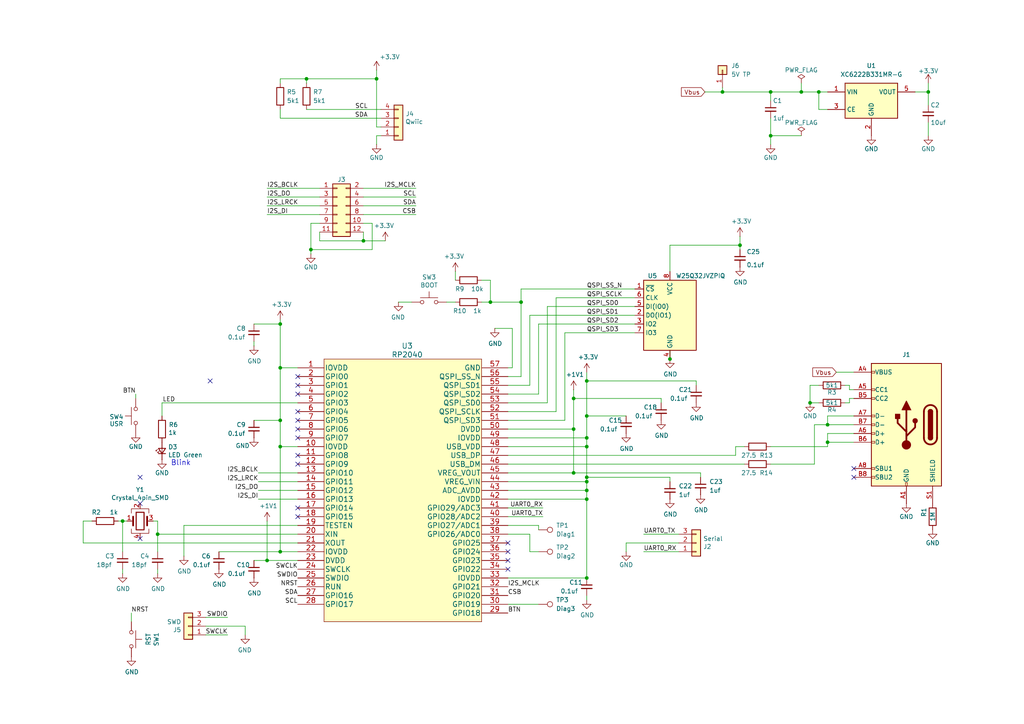
<source format=kicad_sch>
(kicad_sch (version 20231120) (generator "eeschema") (generator_version "8.0")
  (paper "A4")
  (title_block (date "2025-06-06") (rev "0.2"))
  (lib_symbols
    (symbol "Connector:TestPoint" (pin_numbers hide) (pin_names (offset 0.762) hide)
      (property "Reference" "TP" (at 0 6.858 0))
      (property "Value" "TestPoint" (at 0 5.08 0))
      (symbol "TestPoint_1_1"
        (pin passive line (at 0 0 90) (length 2.54) (name "1") (number "1"))
      )
    )
    (symbol "Connector:USB_C_Receptacle_USB2.0_16P" (pin_names (offset 1.016))
      (property "Reference" "J" (at 0 22.225 0))
      (property "Value" "USB_C_Receptacle_USB2.0_16P" (at 0 19.685 0))
      (symbol "USB_C_Receptacle_USB2.0_16P_1_1"
        (pin passive line (at 0 -22.86 90) (length 5.08) (name "GND") (number "A1"))
        (pin passive line (at 0 -22.86 90) (length 5.08) hide (name "GND") (number "A12"))
        (pin passive line (at 15.24 15.24 180) (length 5.08) (name "VBUS") (number "A4"))
        (pin bidirectional line (at 15.24 10.16 180) (length 5.08) (name "CC1") (number "A5"))
        (pin bidirectional line (at 15.24 -2.54 180) (length 5.08) (name "D+") (number "A6"))
        (pin bidirectional line (at 15.24 2.54 180) (length 5.08) (name "D-") (number "A7"))
        (pin bidirectional line (at 15.24 -12.7 180) (length 5.08) (name "SBU1") (number "A8"))
        (pin passive line (at 15.24 15.24 180) (length 5.08) hide (name "VBUS") (number "A9"))
        (pin passive line (at 0 -22.86 90) (length 5.08) hide (name "GND") (number "B1"))
        (pin passive line (at 0 -22.86 90) (length 5.08) hide (name "GND") (number "B12"))
        (pin passive line (at 15.24 15.24 180) (length 5.08) hide (name "VBUS") (number "B4"))
        (pin bidirectional line (at 15.24 7.62 180) (length 5.08) (name "CC2") (number "B5"))
        (pin bidirectional line (at 15.24 -5.08 180) (length 5.08) (name "D+") (number "B6"))
        (pin bidirectional line (at 15.24 0 180) (length 5.08) (name "D-") (number "B7"))
        (pin bidirectional line (at 15.24 -15.24 180) (length 5.08) (name "SBU2") (number "B8"))
        (pin passive line (at 15.24 15.24 180) (length 5.08) hide (name "VBUS") (number "B9"))
        (pin passive line (at -7.62 -22.86 90) (length 5.08) (name "SHIELD") (number "S1"))
      )
    )
    (symbol "Connector_Generic:Conn_01x01" (pin_names (offset 1.016) hide)
      (property "Reference" "J" (at 0 2.54 0))
      (property "Value" "Conn_01x01" (at 0 -2.54 0))
      (symbol "Conn_01x01_1_1"
        (pin passive line (at -5.08 0 0) (length 3.81) (name "Pin_1") (number "1"))
      )
    )
    (symbol "Connector_Generic:Conn_01x03" (pin_names (offset 1.016) hide)
      (property "Reference" "J" (at 0 5.08 0))
      (property "Value" "Conn_01x03" (at 0 -5.08 0))
      (symbol "Conn_01x03_1_1"
        (pin passive line (at -5.08 2.54 0) (length 3.81) (name "Pin_1") (number "1"))
        (pin passive line (at -5.08 0 0) (length 3.81) (name "Pin_2") (number "2"))
        (pin passive line (at -5.08 -2.54 0) (length 3.81) (name "Pin_3") (number "3"))
      )
    )
    (symbol "Connector_Generic:Conn_01x04" (pin_names (offset 1.016) hide)
      (property "Reference" "J" (at 0 5.08 0))
      (property "Value" "Conn_01x04" (at 0 -7.62 0))
      (symbol "Conn_01x04_1_1"
        (pin passive line (at -5.08 2.54 0) (length 3.81) (name "Pin_1") (number "1"))
        (pin passive line (at -5.08 0 0) (length 3.81) (name "Pin_2") (number "2"))
        (pin passive line (at -5.08 -2.54 0) (length 3.81) (name "Pin_3") (number "3"))
        (pin passive line (at -5.08 -5.08 0) (length 3.81) (name "Pin_4") (number "4"))
      )
    )
    (symbol "Connector_Generic:Conn_02x06_Odd_Even" (pin_names (offset 1.016) hide)
      (property "Reference" "J" (at 1.27 7.62 0))
      (property "Value" "Conn_02x06_Odd_Even" (at 1.27 -10.16 0))
      (symbol "Conn_02x06_Odd_Even_1_1"
        (pin passive line (at -5.08 5.08 0) (length 3.81) (name "Pin_1") (number "1"))
        (pin passive line (at 7.62 -5.08 180) (length 3.81) (name "Pin_10") (number "10"))
        (pin passive line (at -5.08 -7.62 0) (length 3.81) (name "Pin_11") (number "11"))
        (pin passive line (at 7.62 -7.62 180) (length 3.81) (name "Pin_12") (number "12"))
        (pin passive line (at 7.62 5.08 180) (length 3.81) (name "Pin_2") (number "2"))
        (pin passive line (at -5.08 2.54 0) (length 3.81) (name "Pin_3") (number "3"))
        (pin passive line (at 7.62 2.54 180) (length 3.81) (name "Pin_4") (number "4"))
        (pin passive line (at -5.08 0 0) (length 3.81) (name "Pin_5") (number "5"))
        (pin passive line (at 7.62 0 180) (length 3.81) (name "Pin_6") (number "6"))
        (pin passive line (at -5.08 -2.54 0) (length 3.81) (name "Pin_7") (number "7"))
        (pin passive line (at 7.62 -2.54 180) (length 3.81) (name "Pin_8") (number "8"))
        (pin passive line (at -5.08 -5.08 0) (length 3.81) (name "Pin_9") (number "9"))
      )
    )
    (symbol "Device:C_Small" (pin_numbers hide) (pin_names (offset 0.254) hide)
      (property "Reference" "C" (at 0.254 1.778 0))
      (property "Value" "C_Small" (at 0.254 -2.032 0))
      (symbol "C_Small_1_1"
        (pin passive line (at 0 2.54 270) (length 2.032) (name "~") (number "1"))
        (pin passive line (at 0 -2.54 90) (length 2.032) (name "~") (number "2"))
      )
    )
    (symbol "Device:Crystal_GND24" (pin_names (offset 1.016) hide)
      (property "Reference" "Y" (at 3.175 5.08 0))
      (property "Value" "Crystal_GND24" (at 3.175 3.175 0))
      (symbol "Crystal_GND24_1_1"
        (pin passive line (at -3.81 0 0) (length 1.27) (name "1") (number "1"))
        (pin passive line (at 0 5.08 270) (length 1.27) (name "2") (number "2"))
        (pin passive line (at 3.81 0 180) (length 1.27) (name "3") (number "3"))
        (pin passive line (at 0 -5.08 90) (length 1.27) (name "4") (number "4"))
      )
    )
    (symbol "Device:LED_Small" (pin_numbers hide) (pin_names (offset 0.254) hide)
      (property "Reference" "D" (at -1.27 3.175 0))
      (property "Value" "LED_Small" (at -4.445 -2.54 0))
      (symbol "LED_Small_1_1"
        (pin passive line (at -2.54 0 0) (length 1.778) (name "K") (number "1"))
        (pin passive line (at 2.54 0 180) (length 1.778) (name "A") (number "2"))
      )
    )
    (symbol "Device:R" (pin_numbers hide) (pin_names (offset 0))
      (property "Reference" "R" (at 2.032 0 90))
      (property "Value" "R" (at 0 0 90))
      (symbol "R_1_1"
        (pin passive line (at 0 3.81 270) (length 1.27) (name "~") (number "1"))
        (pin passive line (at 0 -3.81 90) (length 1.27) (name "~") (number "2"))
      )
    )
    (symbol "EMEB:RP2040" (pin_names (offset 0.254))
      (property "Reference" "U" (at 30.48 6.35 0))
      (property "Value" "RP2040" (at 30.48 3.81 0))
      (symbol "RP2040_1_1"
        (pin power_in line (at 0 0 0) (length 7.62) (name "IOVDD") (number "1"))
        (pin power_in line (at 0 -22.86 0) (length 7.62) (name "IOVDD") (number "10"))
        (pin bidirectional line (at 0 -25.4 0) (length 7.62) (name "GPIO8") (number "11"))
        (pin bidirectional line (at 0 -27.94 0) (length 7.62) (name "GPIO9") (number "12"))
        (pin bidirectional line (at 0 -30.48 0) (length 7.62) (name "GPIO10") (number "13"))
        (pin bidirectional line (at 0 -33.02 0) (length 7.62) (name "GPIO11") (number "14"))
        (pin bidirectional line (at 0 -35.56 0) (length 7.62) (name "GPIO12") (number "15"))
        (pin bidirectional line (at 0 -38.1 0) (length 7.62) (name "GPIO13") (number "16"))
        (pin bidirectional line (at 0 -40.64 0) (length 7.62) (name "GPIO14") (number "17"))
        (pin bidirectional line (at 0 -43.18 0) (length 7.62) (name "GPIO15") (number "18"))
        (pin unspecified line (at 0 -45.72 0) (length 7.62) (name "TESTEN") (number "19"))
        (pin bidirectional line (at 0 -2.54 0) (length 7.62) (name "GPIO0") (number "2"))
        (pin unspecified line (at 0 -48.26 0) (length 7.62) (name "XIN") (number "20"))
        (pin output line (at 0 -50.8 0) (length 7.62) (name "XOUT") (number "21"))
        (pin power_in line (at 0 -53.34 0) (length 7.62) (name "IOVDD") (number "22"))
        (pin power_in line (at 0 -55.88 0) (length 7.62) (name "DVDD") (number "23"))
        (pin unspecified line (at 0 -58.42 0) (length 7.62) (name "SWCLK") (number "24"))
        (pin unspecified line (at 0 -60.96 0) (length 7.62) (name "SWDIO") (number "25"))
        (pin unspecified line (at 0 -63.5 0) (length 7.62) (name "RUN") (number "26"))
        (pin bidirectional line (at 0 -66.04 0) (length 7.62) (name "GPIO16") (number "27"))
        (pin bidirectional line (at 0 -68.58 0) (length 7.62) (name "GPIO17") (number "28"))
        (pin bidirectional line (at 60.96 -71.12 180) (length 7.62) (name "GPIO18") (number "29"))
        (pin bidirectional line (at 0 -5.08 0) (length 7.62) (name "GPIO1") (number "3"))
        (pin bidirectional line (at 60.96 -68.58 180) (length 7.62) (name "GPIO19") (number "30"))
        (pin bidirectional line (at 60.96 -66.04 180) (length 7.62) (name "GPIO20") (number "31"))
        (pin bidirectional line (at 60.96 -63.5 180) (length 7.62) (name "GPIO21") (number "32"))
        (pin power_in line (at 60.96 -60.96 180) (length 7.62) (name "IOVDD") (number "33"))
        (pin bidirectional line (at 60.96 -58.42 180) (length 7.62) (name "GPIO22") (number "34"))
        (pin bidirectional line (at 60.96 -55.88 180) (length 7.62) (name "GPIO23") (number "35"))
        (pin bidirectional line (at 60.96 -53.34 180) (length 7.62) (name "GPIO24") (number "36"))
        (pin bidirectional line (at 60.96 -50.8 180) (length 7.62) (name "GPIO25") (number "37"))
        (pin bidirectional line (at 60.96 -48.26 180) (length 7.62) (name "GPIO26/ADC0") (number "38"))
        (pin bidirectional line (at 60.96 -45.72 180) (length 7.62) (name "GPIO27/ADC1") (number "39"))
        (pin bidirectional line (at 0 -7.62 0) (length 7.62) (name "GPIO2") (number "4"))
        (pin bidirectional line (at 60.96 -43.18 180) (length 7.62) (name "GPIO28/ADC2") (number "40"))
        (pin bidirectional line (at 60.96 -40.64 180) (length 7.62) (name "GPIO29/ADC3") (number "41"))
        (pin power_in line (at 60.96 -38.1 180) (length 7.62) (name "IOVDD") (number "42"))
        (pin power_in line (at 60.96 -35.56 180) (length 7.62) (name "ADC_AVDD") (number "43"))
        (pin unspecified line (at 60.96 -33.02 180) (length 7.62) (name "VREG_VIN") (number "44"))
        (pin power_out line (at 60.96 -30.48 180) (length 7.62) (name "VREG_VOUT") (number "45"))
        (pin unspecified line (at 60.96 -27.94 180) (length 7.62) (name "USB_DM") (number "46"))
        (pin unspecified line (at 60.96 -25.4 180) (length 7.62) (name "USB_DP") (number "47"))
        (pin power_in line (at 60.96 -22.86 180) (length 7.62) (name "USB_VDD") (number "48"))
        (pin power_in line (at 60.96 -20.32 180) (length 7.62) (name "IOVDD") (number "49"))
        (pin bidirectional line (at 0 -10.16 0) (length 7.62) (name "GPIO3") (number "5"))
        (pin power_in line (at 60.96 -17.78 180) (length 7.62) (name "DVDD") (number "50"))
        (pin bidirectional line (at 60.96 -15.24 180) (length 7.62) (name "QSPI_SD3") (number "51"))
        (pin output line (at 60.96 -12.7 180) (length 7.62) (name "QSPI_SCLK") (number "52"))
        (pin bidirectional line (at 60.96 -10.16 180) (length 7.62) (name "QSPI_SD0") (number "53"))
        (pin bidirectional line (at 60.96 -7.62 180) (length 7.62) (name "QSPI_SD2") (number "54"))
        (pin bidirectional line (at 60.96 -5.08 180) (length 7.62) (name "QSPI_SD1") (number "55"))
        (pin unspecified line (at 60.96 -2.54 180) (length 7.62) (name "QSPI_SS_N") (number "56"))
        (pin power_in line (at 60.96 0 180) (length 7.62) (name "GND") (number "57"))
        (pin bidirectional line (at 0 -12.7 0) (length 7.62) (name "GPIO4") (number "6"))
        (pin bidirectional line (at 0 -15.24 0) (length 7.62) (name "GPIO5") (number "7"))
        (pin bidirectional line (at 0 -17.78 0) (length 7.62) (name "GPIO6") (number "8"))
        (pin bidirectional line (at 0 -20.32 0) (length 7.62) (name "GPIO7") (number "9"))
      )
    )
    (symbol "Memory_Flash:W25Q32JVSS"
      (property "Reference" "U" (at -6.35 11.43 0))
      (property "Value" "W25Q32JVSS" (at 7.62 11.43 0))
      (symbol "W25Q32JVSS_1_1"
        (pin input line (at -10.16 7.62 0) (length 2.54) (name "~{CS}") (number "1"))
        (pin bidirectional line (at -10.16 0 0) (length 2.54) (name "DO(IO1)") (number "2"))
        (pin bidirectional line (at -10.16 -2.54 0) (length 2.54) (name "IO2") (number "3"))
        (pin power_in line (at 0 -12.7 90) (length 2.54) (name "GND") (number "4"))
        (pin bidirectional line (at -10.16 2.54 0) (length 2.54) (name "DI(IO0)") (number "5"))
        (pin input line (at -10.16 5.08 0) (length 2.54) (name "CLK") (number "6"))
        (pin bidirectional line (at -10.16 -5.08 0) (length 2.54) (name "IO3") (number "7"))
        (pin power_in line (at 0 12.7 270) (length 2.54) (name "VCC") (number "8"))
      )
    )
    (symbol "Regulator_Linear:XC6210B332MR"
      (property "Reference" "U" (at 0 8.89 0))
      (property "Value" "XC6210B332MR" (at 0 6.35 0))
      (symbol "XC6210B332MR_1_1"
        (pin power_in line (at -12.7 2.54 0) (length 5.08) (name "VIN") (number "1"))
        (pin power_in line (at 0 -10.16 90) (length 5.08) (name "GND") (number "2"))
        (pin input line (at -12.7 -2.54 0) (length 5.08) (name "CE") (number "3"))
        (pin no_connect line (at 7.62 -2.54 180) (length 5.08) hide (name "NC") (number "4"))
        (pin power_out line (at 12.7 2.54 180) (length 5.08) (name "VOUT") (number "5"))
      )
    )
    (symbol "Switch:SW_Push" (pin_numbers hide) (pin_names (offset 1.016) hide)
      (property "Reference" "SW" (at 1.27 2.54 0))
      (property "Value" "SW_Push" (at 0 -1.524 0))
      (symbol "SW_Push_0_1"
        (pin passive line (at -5.08 0 0) (length 2.54) (name "1") (number "1"))
        (pin passive line (at 5.08 0 180) (length 2.54) (name "2") (number "2"))
      )
    )
    (symbol "power:+1V1" (power) (pin_numbers hide) (pin_names (offset 0) hide)
      (property "Value" "+1V1" (at 0 3.556 0))
      (symbol "+1V1_1_1"
        (pin power_in line (at 0 0 90) (length 0) (name "~") (number "1"))
      )
    )
    (symbol "power:+3.3V" (power) (pin_numbers hide) (pin_names (offset 0) hide)
      (property "Value" "+3.3V" (at 0 3.556 0))
      (symbol "+3.3V_1_1"
        (pin power_in line (at 0 0 90) (length 0) (name "~") (number "1"))
      )
    )
    (symbol "power:GND" (power) (pin_numbers hide) (pin_names (offset 0) hide)
      (property "Value" "GND" (at 0 -3.81 0))
      (symbol "GND_1_1"
        (pin power_in line (at 0 0 270) (length 0) (name "~") (number "1"))
      )
    )
    (symbol "power:PWR_FLAG" (power) (pin_numbers hide) (pin_names (offset 0) hide)
      (property "Value" "PWR_FLAG" (at 0 3.81 0))
      (symbol "PWR_FLAG_0_0"
        (pin power_out line (at 0 0 90) (length 0) (name "~") (number "1"))
      )
    )
  )
  (junction (at 240.03 123.19))
  (junction (at 170.18 120.65))
  (junction (at 105.41 69.85))
  (junction (at 194.31 104.14))
  (junction (at 170.18 142.24))
  (junction (at 45.72 154.94))
  (junction (at 35.56 151.13))
  (junction (at 151.13 87.63))
  (junction (at 170.18 129.54))
  (junction (at 232.41 26.67))
  (junction (at 166.37 115.57))
  (junction (at 109.22 22.86))
  (junction (at 81.28 121.92))
  (junction (at 223.52 39.37))
  (junction (at 223.52 26.67))
  (junction (at 90.17 72.39))
  (junction (at 81.28 129.54))
  (junction (at 209.55 26.67))
  (junction (at 170.18 139.7))
  (junction (at 214.63 71.12))
  (junction (at 269.24 26.67))
  (junction (at 142.24 87.63))
  (junction (at 166.37 137.16))
  (junction (at 77.47 162.56))
  (junction (at 81.28 106.68))
  (junction (at 88.9 22.86))
  (junction (at 81.28 160.02))
  (junction (at 240.03 128.27))
  (junction (at 170.18 138.43))
  (junction (at 166.37 124.46))
  (junction (at 170.18 127))
  (junction (at 81.28 93.98))
  (junction (at 237.49 26.67))
  (junction (at 170.18 144.78))
  (junction (at 170.18 110.49))
  (junction (at 234.95 116.84))
  (junction (at 170.18 167.64))
  (no_connect (at 147.32 157.48))
  (no_connect (at 86.36 134.62))
  (no_connect (at 86.36 111.76))
  (no_connect (at 86.36 147.32))
  (no_connect (at 247.65 138.43))
  (no_connect (at 86.36 127))
  (no_connect (at 147.32 160.02))
  (no_connect (at 86.36 109.22))
  (no_connect (at 40.64 146.05))
  (no_connect (at 247.65 135.89))
  (no_connect (at 147.32 165.1))
  (no_connect (at 86.36 114.3))
  (no_connect (at 86.36 119.38))
  (no_connect (at 86.36 121.92))
  (no_connect (at 86.36 124.46))
  (no_connect (at 86.36 132.08))
  (no_connect (at 147.32 162.56))
  (no_connect (at 40.64 156.21))
  (no_connect (at 86.36 149.86))
  (no_connect (at 40.64 138.43))
  (no_connect (at 60.96 110.49))
  (wire (pts (xy 240.03 31.75) (xy 237.49 31.75)))
  (wire (pts (xy 166.37 115.57) (xy 166.37 124.46)))
  (wire (pts (xy 147.32 152.4) (xy 156.21 152.4)))
  (wire (pts (xy 151.13 87.63) (xy 151.13 83.82)))
  (wire (pts (xy 119.38 87.63) (xy 115.57 87.63)))
  (wire (pts (xy 194.31 71.12) (xy 214.63 71.12)))
  (wire (pts (xy 92.71 69.85) (xy 105.41 69.85)))
  (wire (pts (xy 81.28 22.86) (xy 81.28 24.13)))
  (wire (pts (xy 247.65 115.57) (xy 246.38 115.57)))
  (wire (pts (xy 147.32 132.08) (xy 213.36 132.08)))
  (wire (pts (xy 166.37 115.57) (xy 191.77 115.57)))
  (wire (pts (xy 156.21 152.4) (xy 156.21 153.67)))
  (wire (pts (xy 170.18 172.72) (xy 170.18 173.99)))
  (wire (pts (xy 223.52 129.54) (xy 240.03 129.54)))
  (wire (pts (xy 86.36 129.54) (xy 81.28 129.54)))
  (wire (pts (xy 90.17 64.77) (xy 90.17 72.39)))
  (wire (pts (xy 86.36 162.56) (xy 77.47 162.56)))
  (wire (pts (xy 74.93 139.7) (xy 86.36 139.7)))
  (wire (pts (xy 242.57 107.95) (xy 247.65 107.95)))
  (wire (pts (xy 148.59 95.25) (xy 143.51 95.25)))
  (wire (pts (xy 147.32 167.64) (xy 170.18 167.64)))
  (wire (pts (xy 81.28 121.92) (xy 81.28 129.54)))
  (wire (pts (xy 86.36 160.02) (xy 81.28 160.02)))
  (wire (pts (xy 81.28 93.98) (xy 81.28 92.71)))
  (wire (pts (xy 240.03 129.54) (xy 240.03 128.27)))
  (wire (pts (xy 186.69 160.02) (xy 196.85 160.02)))
  (wire (pts (xy 147.32 129.54) (xy 170.18 129.54)))
  (wire (pts (xy 147.32 149.86) (xy 157.48 149.86)))
  (wire (pts (xy 77.47 57.15) (xy 92.71 57.15)))
  (wire (pts (xy 74.93 142.24) (xy 86.36 142.24)))
  (wire (pts (xy 34.29 151.13) (xy 35.56 151.13)))
  (wire (pts (xy 107.95 64.77) (xy 107.95 72.39)))
  (wire (pts (xy 88.9 22.86) (xy 109.22 22.86)))
  (wire (pts (xy 247.65 128.27) (xy 240.03 128.27)))
  (wire (pts (xy 24.13 151.13) (xy 26.67 151.13)))
  (wire (pts (xy 153.67 160.02) (xy 156.21 160.02)))
  (wire (pts (xy 170.18 110.49) (xy 201.93 110.49)))
  (wire (pts (xy 246.38 116.84) (xy 245.11 116.84)))
  (wire (pts (xy 147.32 175.26) (xy 156.21 175.26)))
  (wire (pts (xy 223.52 26.67) (xy 223.52 29.21)))
  (wire (pts (xy 35.56 166.37) (xy 35.56 165.1)))
  (wire (pts (xy 81.28 106.68) (xy 81.28 121.92)))
  (wire (pts (xy 240.03 123.19) (xy 240.03 120.65)))
  (wire (pts (xy 170.18 107.95) (xy 170.18 110.49)))
  (wire (pts (xy 232.41 26.67) (xy 237.49 26.67)))
  (wire (pts (xy 166.37 124.46) (xy 166.37 137.16)))
  (wire (pts (xy 71.12 181.61) (xy 71.12 184.15)))
  (wire (pts (xy 236.22 123.19) (xy 240.03 123.19)))
  (wire (pts (xy 74.93 144.78) (xy 86.36 144.78)))
  (wire (pts (xy 170.18 138.43) (xy 194.31 138.43)))
  (wire (pts (xy 109.22 39.37) (xy 110.49 39.37)))
  (wire (pts (xy 86.36 157.48) (xy 24.13 157.48)))
  (wire (pts (xy 156.21 93.98) (xy 184.15 93.98)))
  (wire (pts (xy 59.69 181.61) (xy 71.12 181.61)))
  (wire (pts (xy 120.65 57.15) (xy 105.41 57.15)))
  (wire (pts (xy 73.66 93.98) (xy 81.28 93.98)))
  (wire (pts (xy 223.52 39.37) (xy 223.52 41.91)))
  (wire (pts (xy 35.56 160.02) (xy 35.56 151.13)))
  (wire (pts (xy 73.66 121.92) (xy 81.28 121.92)))
  (wire (pts (xy 186.69 154.94) (xy 196.85 154.94)))
  (wire (pts (xy 147.32 121.92) (xy 163.83 121.92)))
  (wire (pts (xy 77.47 54.61) (xy 92.71 54.61)))
  (wire (pts (xy 45.72 154.94) (xy 45.72 160.02)))
  (wire (pts (xy 166.37 113.03) (xy 166.37 115.57)))
  (wire (pts (xy 247.65 123.19) (xy 240.03 123.19)))
  (wire (pts (xy 132.08 78.74) (xy 132.08 81.28)))
  (wire (pts (xy 63.5 160.02) (xy 81.28 160.02)))
  (wire (pts (xy 74.93 137.16) (xy 86.36 137.16)))
  (wire (pts (xy 81.28 129.54) (xy 81.28 160.02)))
  (wire (pts (xy 203.2 137.16) (xy 203.2 138.43)))
  (wire (pts (xy 236.22 134.62) (xy 236.22 123.19)))
  (wire (pts (xy 151.13 87.63) (xy 142.24 87.63)))
  (wire (pts (xy 147.32 124.46) (xy 166.37 124.46)))
  (wire (pts (xy 232.41 24.13) (xy 232.41 26.67)))
  (wire (pts (xy 39.37 114.3) (xy 39.37 115.57)))
  (wire (pts (xy 194.31 138.43) (xy 194.31 139.7)))
  (wire (pts (xy 45.72 151.13) (xy 45.72 154.94)))
  (wire (pts (xy 147.32 134.62) (xy 215.9 134.62)))
  (wire (pts (xy 194.31 104.14) (xy 194.31 101.6)))
  (wire (pts (xy 158.75 88.9) (xy 184.15 88.9)))
  (wire (pts (xy 232.41 39.37) (xy 223.52 39.37)))
  (wire (pts (xy 110.49 36.83) (xy 109.22 36.83)))
  (wire (pts (xy 269.24 26.67) (xy 269.24 30.48)))
  (wire (pts (xy 88.9 22.86) (xy 81.28 22.86)))
  (wire (pts (xy 166.37 137.16) (xy 147.32 137.16)))
  (wire (pts (xy 161.29 86.36) (xy 184.15 86.36)))
  (wire (pts (xy 92.71 64.77) (xy 90.17 64.77)))
  (wire (pts (xy 148.59 95.25) (xy 148.59 106.68)))
  (wire (pts (xy 194.31 71.12) (xy 194.31 78.74)))
  (wire (pts (xy 59.69 179.07) (xy 66.04 179.07)))
  (wire (pts (xy 170.18 110.49) (xy 170.18 120.65)))
  (wire (pts (xy 170.18 139.7) (xy 170.18 142.24)))
  (wire (pts (xy 181.61 120.65) (xy 170.18 120.65)))
  (wire (pts (xy 153.67 154.94) (xy 153.67 160.02)))
  (wire (pts (xy 166.37 137.16) (xy 203.2 137.16)))
  (wire (pts (xy 237.49 26.67) (xy 237.49 31.75)))
  (wire (pts (xy 181.61 157.48) (xy 181.61 160.02)))
  (wire (pts (xy 132.08 87.63) (xy 129.54 87.63)))
  (wire (pts (xy 191.77 115.57) (xy 191.77 116.84)))
  (wire (pts (xy 81.28 34.29) (xy 110.49 34.29)))
  (wire (pts (xy 81.28 34.29) (xy 81.28 31.75)))
  (wire (pts (xy 105.41 69.85) (xy 111.76 69.85)))
  (wire (pts (xy 213.36 129.54) (xy 215.9 129.54)))
  (wire (pts (xy 247.65 113.03) (xy 246.38 113.03)))
  (wire (pts (xy 86.36 116.84) (xy 46.99 116.84)))
  (wire (pts (xy 234.95 111.76) (xy 234.95 116.84)))
  (wire (pts (xy 147.32 127) (xy 170.18 127)))
  (wire (pts (xy 109.22 36.83) (xy 109.22 22.86)))
  (wire (pts (xy 147.32 139.7) (xy 170.18 139.7)))
  (wire (pts (xy 92.71 67.31) (xy 92.71 69.85)))
  (wire (pts (xy 147.32 154.94) (xy 153.67 154.94)))
  (wire (pts (xy 223.52 34.29) (xy 223.52 39.37)))
  (wire (pts (xy 147.32 144.78) (xy 170.18 144.78)))
  (wire (pts (xy 204.47 26.67) (xy 209.55 26.67)))
  (wire (pts (xy 88.9 22.86) (xy 88.9 24.13)))
  (wire (pts (xy 77.47 59.69) (xy 92.71 59.69)))
  (wire (pts (xy 147.32 116.84) (xy 158.75 116.84)))
  (wire (pts (xy 147.32 114.3) (xy 156.21 114.3)))
  (wire (pts (xy 237.49 26.67) (xy 240.03 26.67)))
  (wire (pts (xy 53.34 152.4) (xy 53.34 161.29)))
  (wire (pts (xy 170.18 120.65) (xy 170.18 127)))
  (wire (pts (xy 147.32 147.32) (xy 157.48 147.32)))
  (wire (pts (xy 170.18 129.54) (xy 170.18 127)))
  (wire (pts (xy 237.49 111.76) (xy 234.95 111.76)))
  (wire (pts (xy 214.63 71.12) (xy 214.63 72.39)))
  (wire (pts (xy 66.04 184.15) (xy 59.69 184.15)))
  (wire (pts (xy 44.45 151.13) (xy 45.72 151.13)))
  (wire (pts (xy 213.36 132.08) (xy 213.36 129.54)))
  (wire (pts (xy 120.65 54.61) (xy 105.41 54.61)))
  (wire (pts (xy 153.67 111.76) (xy 153.67 91.44)))
  (wire (pts (xy 247.65 120.65) (xy 240.03 120.65)))
  (wire (pts (xy 163.83 96.52) (xy 184.15 96.52)))
  (wire (pts (xy 109.22 22.86) (xy 109.22 20.32)))
  (wire (pts (xy 246.38 113.03) (xy 246.38 111.76)))
  (wire (pts (xy 81.28 93.98) (xy 81.28 106.68)))
  (wire (pts (xy 38.1 177.8) (xy 38.1 180.34)))
  (wire (pts (xy 109.22 41.91) (xy 109.22 39.37)))
  (wire (pts (xy 35.56 151.13) (xy 36.83 151.13)))
  (wire (pts (xy 269.24 35.56) (xy 269.24 39.37)))
  (wire (pts (xy 265.43 26.67) (xy 269.24 26.67)))
  (wire (pts (xy 170.18 139.7) (xy 170.18 138.43)))
  (wire (pts (xy 246.38 111.76) (xy 245.11 111.76)))
  (wire (pts (xy 139.7 87.63) (xy 142.24 87.63)))
  (wire (pts (xy 209.55 25.4) (xy 209.55 26.67)))
  (wire (pts (xy 223.52 26.67) (xy 232.41 26.67)))
  (wire (pts (xy 46.99 116.84) (xy 46.99 120.65)))
  (wire (pts (xy 77.47 162.56) (xy 77.47 151.13)))
  (wire (pts (xy 107.95 72.39) (xy 90.17 72.39)))
  (wire (pts (xy 170.18 144.78) (xy 170.18 167.64)))
  (wire (pts (xy 77.47 62.23) (xy 92.71 62.23)))
  (wire (pts (xy 209.55 26.67) (xy 223.52 26.67)))
  (wire (pts (xy 142.24 81.28) (xy 142.24 87.63)))
  (wire (pts (xy 147.32 111.76) (xy 153.67 111.76)))
  (wire (pts (xy 170.18 138.43) (xy 170.18 129.54)))
  (wire (pts (xy 246.38 115.57) (xy 246.38 116.84)))
  (wire (pts (xy 247.65 125.73) (xy 240.03 125.73)))
  (wire (pts (xy 147.32 119.38) (xy 161.29 119.38)))
  (wire (pts (xy 163.83 121.92) (xy 163.83 96.52)))
  (wire (pts (xy 201.93 110.49) (xy 201.93 111.76)))
  (wire (pts (xy 86.36 106.68) (xy 81.28 106.68)))
  (wire (pts (xy 24.13 157.48) (xy 24.13 151.13)))
  (wire (pts (xy 196.85 157.48) (xy 181.61 157.48)))
  (wire (pts (xy 214.63 68.58) (xy 214.63 71.12)))
  (wire (pts (xy 151.13 83.82) (xy 184.15 83.82)))
  (wire (pts (xy 269.24 24.13) (xy 269.24 26.67)))
  (wire (pts (xy 45.72 166.37) (xy 45.72 165.1)))
  (wire (pts (xy 139.7 81.28) (xy 142.24 81.28)))
  (wire (pts (xy 240.03 128.27) (xy 240.03 125.73)))
  (wire (pts (xy 88.9 31.75) (xy 110.49 31.75)))
  (wire (pts (xy 153.67 91.44) (xy 184.15 91.44)))
  (wire (pts (xy 147.32 142.24) (xy 170.18 142.24)))
  (wire (pts (xy 151.13 109.22) (xy 151.13 87.63)))
  (wire (pts (xy 147.32 109.22) (xy 151.13 109.22)))
  (wire (pts (xy 73.66 162.56) (xy 77.47 162.56)))
  (wire (pts (xy 170.18 142.24) (xy 170.18 144.78)))
  (wire (pts (xy 161.29 119.38) (xy 161.29 86.36)))
  (wire (pts (xy 90.17 73.66) (xy 90.17 72.39)))
  (wire (pts (xy 120.65 59.69) (xy 105.41 59.69)))
  (wire (pts (xy 86.36 154.94) (xy 45.72 154.94)))
  (wire (pts (xy 237.49 116.84) (xy 234.95 116.84)))
  (wire (pts (xy 120.65 62.23) (xy 105.41 62.23)))
  (wire (pts (xy 86.36 152.4) (xy 53.34 152.4)))
  (wire (pts (xy 158.75 116.84) (xy 158.75 88.9)))
  (wire (pts (xy 147.32 106.68) (xy 148.59 106.68)))
  (wire (pts (xy 223.52 134.62) (xy 236.22 134.62)))
  (wire (pts (xy 156.21 93.98) (xy 156.21 114.3)))
  (wire (pts (xy 105.41 69.85) (xy 105.41 67.31)))
  (wire (pts (xy 73.66 100.33) (xy 73.66 99.06)))
  (wire (pts (xy 105.41 64.77) (xy 107.95 64.77)))
  (text "Blink" (at 49.53 135.255 0) (effects (font (size 1.524 1.524)) (justify left bottom)))
  (label "SWCLK" (at 66.04 184.15 180))
  (label "QSPI_SD1" (at 170.18 91.44 0))
  (label "NRST" (at 86.36 170.18 180))
  (label "SDA" (at 120.65 59.69 180))
  (label "I2S_LRCK" (at 74.93 139.7 180))
  (label "BTN" (at 39.37 114.3 180))
  (label "SWDIO" (at 86.36 167.64 180))
  (label "QSPI_SD0" (at 170.18 88.9 0))
  (label "QSPI_SS_N" (at 170.18 83.82 0))
  (label "UART0_RX" (at 186.69 160.02 0))
  (label "SWCLK" (at 86.36 165.1 180))
  (label "SCL" (at 120.65 57.15 180))
  (label "SWDIO" (at 66.04 179.07 180))
  (label "SCL" (at 106.68 31.75 180))
  (label "NRST" (at 38.1 177.8 0))
  (label "I2S_BCLK" (at 77.47 54.61 0))
  (label "SDA" (at 86.36 172.72 180))
  (label "CSB" (at 120.65 62.23 180))
  (label "UART0_RX" (at 157.48 147.32 180))
  (label "I2S_MCLK" (at 147.32 170.18 0))
  (label "CSB" (at 147.32 172.72 0))
  (label "I2S_MCLK" (at 120.65 54.61 180))
  (label "QSPI_SD3" (at 170.18 96.52 0))
  (label "I2S_DI" (at 74.93 144.78 180))
  (label "UART0_TX" (at 186.69 154.94 0))
  (label "SCL" (at 86.36 175.26 180))
  (label "SDA" (at 106.68 34.29 180))
  (label "I2S_DI" (at 77.47 62.23 0))
  (label "QSPI_SD2" (at 170.18 93.98 0))
  (label "I2S_LRCK" (at 77.47 59.69 0))
  (label "QSPI_SCLK" (at 170.18 86.36 0))
  (label "BTN" (at 147.32 177.8 0))
  (label "LED" (at 50.8 116.84 180))
  (label "UART0_TX" (at 157.48 149.86 180))
  (label "I2S_DO" (at 74.93 142.24 180))
  (label "I2S_BCLK" (at 74.93 137.16 180))
  (label "I2S_DO" (at 77.47 57.15 0))
  (global_label "Vbus" (shape input) (at 242.57 107.95 180) (property "Intersheetrefs" "${INTERSHEET_REFS}" (effects (hide yes))))
  (global_label "Vbus" (shape input) (at 204.47 26.67 180) (property "Intersheetrefs" "${INTERSHEET_REFS}" (effects (hide yes))))
  (symbol (lib_id "Device:C_Small") (at 170.18 170.18 0) (unit 1)
    (property "Reference" "C11" (at 165.1 168.91 0) (effects (justify left)))
    (property "Value" "0.1uf" (at 162.56 171.45 0) (effects (justify left)))
    (property "Footprint" "Capacitor_SMD:C_0402_1005Metric" (effects (hide yes)))
  )
  (symbol (lib_id "Device:R") (at 30.48 151.13 270) (unit 1)
    (property "Reference" "R2" (at 27.94 148.59 90))
    (property "Value" "1k" (at 33.02 148.59 90))
    (property "Footprint" "Resistor_SMD:R_0402_1005Metric" (effects (hide yes)))
  )
  (symbol (lib_id "Device:C_Small") (at 194.31 142.24 0) (unit 1)
    (property "Reference" "C22" (at 196.85 140.97 0) (effects (justify left)))
    (property "Value" "1uf" (at 196.85 143.51 0) (effects (justify left)))
    (property "Footprint" "Capacitor_SMD:C_0402_1005Metric" (effects (hide yes)))
  )
  (symbol (lib_id "power:PWR_FLAG") (at 232.41 24.13 0) (unit 1)
    (property "Reference" "#FLG2" (effects (hide yes)))
    (property "Value" "PWR_FLAG" (at 232.41 20.32 0))
    (property "Description" "Special symbol for telling ERC where power comes from" (effects (hide yes)))
  )
  (symbol (lib_id "Device:C_Small") (at 269.24 33.02 0) (unit 1)
    (property "Reference" "C2" (at 269.875 30.48 0) (effects (justify left)))
    (property "Value" "10uf" (at 269.875 35.56 0) (effects (justify left)))
    (property "Footprint" "Capacitor_SMD:C_0805_2012Metric" (effects (hide yes)))
  )
  (symbol (lib_id "Device:Crystal_GND24") (at 40.64 151.13 0) (unit 1)
    (property "Reference" "Y1" (at 40.64 142.0368 0))
    (property "Value" "Crystal_4pin_SMD" (at 40.64 144.3482 0))
    (property "Footprint" "Crystal:Crystal_SMD_3225-4Pin_3.2x2.5mm" (effects (hide yes)))
    (property "Description" "Four pin crystal, GND on pins 2 and 4" (effects (hide yes)))
  )
  (symbol (lib_id "power:GND") (at 262.89 146.05 0) (mirror y) (unit 1)
    (property "Reference" "#PWR2" (effects (hide yes)))
    (property "Value" "GND" (at 262.89 149.86 0))
    (property "Description" "Power symbol creates a global label with name \"GND\" , ground" (effects (hide yes)))
  )
  (symbol (lib_id "Connector_Generic:Conn_01x03") (at 54.61 181.61 180) (unit 1)
    (property "Reference" "J5" (at 52.578 182.6768 0) (effects (justify left)))
    (property "Value" "SWD" (at 52.578 180.3654 0) (effects (justify left)))
    (property "Footprint" "Connector_JST:JST_SH_SM03B-SRSS-TB_1x03-1MP_P1.00mm_Horizontal" (effects (hide yes)))
  )
  (symbol (lib_id "Device:R") (at 135.89 87.63 270) (mirror x) (unit 1)
    (property "Reference" "R10" (at 133.35 90.17 90))
    (property "Value" "1k" (at 138.43 90.17 90))
    (property "Footprint" "Resistor_SMD:R_0402_1005Metric" (effects (hide yes)))
  )
  (symbol (lib_id "power:GND") (at 270.51 153.67 0) (mirror y) (unit 1)
    (property "Reference" "#PWR1" (effects (hide yes)))
    (property "Value" "GND" (at 270.51 157.48 0))
    (property "Description" "Power symbol creates a global label with name \"GND\" , ground" (effects (hide yes)))
  )
  (symbol (lib_id "Device:R") (at 135.89 81.28 270) (mirror x) (unit 1)
    (property "Reference" "R9" (at 133.35 83.82 90))
    (property "Value" "10k" (at 138.43 83.82 90))
    (property "Footprint" "Resistor_SMD:R_0402_1005Metric" (effects (hide yes)))
  )
  (symbol (lib_id "Device:C_Small") (at 63.5 162.56 0) (unit 1)
    (property "Reference" "C6" (at 58.42 161.29 0) (effects (justify left)))
    (property "Value" "0.1uf" (at 55.88 163.83 0) (effects (justify left)))
    (property "Footprint" "Capacitor_SMD:C_0402_1005Metric" (effects (hide yes)))
  )
  (symbol (lib_id "Device:R") (at 81.28 27.94 180) (unit 1)
    (property "Reference" "R5" (at 83.185 26.67 0) (effects (justify right)))
    (property "Value" "5k1" (at 83.185 29.21 0) (effects (justify right)))
    (property "Footprint" "Resistor_SMD:R_0402_1005Metric" (effects (hide yes)))
  )
  (symbol (lib_id "Device:R") (at 88.9 27.94 180) (unit 1)
    (property "Reference" "R7" (at 90.805 26.67 0) (effects (justify right)))
    (property "Value" "5k1" (at 90.805 29.21 0) (effects (justify right)))
    (property "Footprint" "Resistor_SMD:R_0402_1005Metric" (effects (hide yes)))
  )
  (symbol (lib_id "Memory_Flash:W25Q32JVSS") (at 194.31 91.44 0) (unit 1)
    (property "Reference" "U5" (at 189.23 80.01 0))
    (property "Value" "W25Q32JVZPIQ" (at 203.2 80.01 0))
    (property "Footprint" "Package_SON:WSON-8-1EP_6x5mm_P1.27mm_EP3.4x4.3mm" (effects (hide yes)))
    (property "Datasheet" "http://www.winbond.com/resource-files/w25q32jv%20revg%2003272018%20plus.pdf" (effects (hide yes)))
  )
  (symbol (lib_id "Device:R") (at 241.3 111.76 90) (mirror x) (unit 1)
    (property "Reference" "R3" (at 241.3 113.792 90))
    (property "Value" "5k1" (at 241.3 111.76 90))
    (property "Footprint" "Resistor_SMD:R_0402_1005Metric" (effects (hide yes)))
  )
  (symbol (lib_id "power:GND") (at 73.66 100.33 0) (unit 1)
    (property "Reference" "#U08" (effects (hide yes)))
    (property "Value" "GND" (at 73.787 104.7242 0))
    (property "Description" "Power symbol creates a global label with name \"GND\" , ground" (effects (hide yes)))
  )
  (symbol (lib_id "power:+1V1") (at 77.47 151.13 0) (unit 1)
    (property "Reference" "#PWR013" (effects (hide yes)))
    (property "Value" "+1V1" (at 77.851 146.7358 0))
    (property "Description" "Power symbol creates a global label with name \"+1V1\"" (effects (hide yes)))
  )
  (symbol (lib_id "Device:C_Small") (at 35.56 162.56 0) (unit 1)
    (property "Reference" "C3" (at 30.48 161.29 0) (effects (justify left)))
    (property "Value" "18pf" (at 27.94 163.83 0) (effects (justify left)))
    (property "Footprint" "Capacitor_SMD:C_0402_1005Metric" (effects (hide yes)))
  )
  (symbol (lib_id "power:GND") (at 269.24 39.37 0) (unit 1)
    (property "Reference" "#PWR7" (effects (hide yes)))
    (property "Value" "GND" (at 269.24 43.18 0))
    (property "Description" "Power symbol creates a global label with name \"GND\" , ground" (effects (hide yes)))
  )
  (symbol (lib_id "power:+3.3V") (at 111.76 69.85 0) (mirror y) (unit 1)
    (property "Reference" "#PWR9" (effects (hide yes)))
    (property "Value" "+3.3V" (at 111.379 65.4558 0))
    (property "Description" "Power symbol creates a global label with name \"+3.3V\"" (effects (hide yes)))
  )
  (symbol (lib_id "power:GND") (at 73.66 167.64 0) (unit 1)
    (property "Reference" "#U010" (effects (hide yes)))
    (property "Value" "GND" (at 73.787 172.0342 0))
    (property "Description" "Power symbol creates a global label with name \"GND\" , ground" (effects (hide yes)))
  )
  (symbol (lib_id "power:GND") (at 73.66 127 0) (unit 1)
    (property "Reference" "#U09" (effects (hide yes)))
    (property "Value" "GND" (at 70.358 129.286 0))
    (property "Description" "Power symbol creates a global label with name \"GND\" , ground" (effects (hide yes)))
  )
  (symbol (lib_id "Device:C_Small") (at 203.2 140.97 0) (unit 1)
    (property "Reference" "C23" (at 205.74 139.7 0) (effects (justify left)))
    (property "Value" "1uf" (at 205.74 142.24 0) (effects (justify left)))
    (property "Footprint" "Capacitor_SMD:C_0402_1005Metric" (effects (hide yes)))
  )
  (symbol (lib_id "Connector:TestPoint") (at 156.21 175.26 270) (unit 1)
    (property "Reference" "TP3" (at 161.29 173.9899 90) (effects (justify left)))
    (property "Value" "Diag3" (at 161.29 176.5299 90) (effects (justify left)))
    (property "Footprint" "TestPoint:TestPoint_Pad_D1.0mm" (effects (hide yes)))
  )
  (symbol (lib_id "power:GND") (at 39.37 125.73 0) (unit 1)
    (property "Reference" "#PWR0102" (effects (hide yes)))
    (property "Value" "GND" (at 39.37 129.54 0))
    (property "Description" "Power symbol creates a global label with name \"GND\" , ground" (effects (hide yes)))
  )
  (symbol (lib_id "Device:C_Small") (at 73.66 165.1 0) (unit 1)
    (property "Reference" "C10" (at 68.58 163.83 0) (effects (justify left)))
    (property "Value" "0.1uf" (at 66.04 166.37 0) (effects (justify left)))
    (property "Footprint" "Capacitor_SMD:C_0402_1005Metric" (effects (hide yes)))
  )
  (symbol (lib_id "power:GND") (at 252.73 39.37 0) (unit 1)
    (property "Reference" "#PWR5" (effects (hide yes)))
    (property "Value" "GND" (at 252.73 43.18 0))
    (property "Description" "Power symbol creates a global label with name \"GND\" , ground" (effects (hide yes)))
  )
  (symbol (lib_id "Connector:USB_C_Receptacle_USB2.0_16P") (at 262.89 123.19 0) (mirror y) (unit 1)
    (property "Reference" "J1" (at 262.89 102.87 0))
    (property "Value" "USB_C_Receptacle_USB2.0" (effects (hide yes)))
    (property "Footprint" "Connector_USB:USB_C_Receptacle_HRO_TYPE-C-31-M-12" (effects (hide yes)))
    (property "Datasheet" "https://www.usb.org/sites/default/files/documents/usb_type-c.zip" (effects (hide yes)))
    (property "Description" "USB 2.0-only 16P Type-C Receptacle connector" (effects (hide yes)))
  )
  (symbol (lib_id "Device:C_Small") (at 45.72 162.56 0) (unit 1)
    (property "Reference" "C4" (at 40.64 161.29 0) (effects (justify left)))
    (property "Value" "18pf" (at 38.1 163.83 0) (effects (justify left)))
    (property "Footprint" "Capacitor_SMD:C_0402_1005Metric" (effects (hide yes)))
  )
  (symbol (lib_id "Switch:SW_Push") (at 124.46 87.63 0) (mirror y) (unit 1)
    (property "Reference" "SW3" (at 124.46 80.391 0))
    (property "Value" "BOOT" (at 124.46 82.7024 0))
    (property "Footprint" "Button_Switch_SMD:SW_Push_1P1T_NO_CK_KMR2" (effects (hide yes)))
  )
  (symbol (lib_id "power:GND") (at 181.61 160.02 0) (mirror y) (unit 1)
    (property "Reference" "#PWR12" (effects (hide yes)))
    (property "Value" "GND" (at 181.61 163.83 0))
    (property "Description" "Power symbol creates a global label with name \"GND\" , ground" (effects (hide yes)))
  )
  (symbol (lib_id "Device:C_Small") (at 73.66 96.52 0) (unit 1)
    (property "Reference" "C8" (at 68.58 95.25 0) (effects (justify left)))
    (property "Value" "0.1uf" (at 66.04 97.79 0) (effects (justify left)))
    (property "Footprint" "Capacitor_SMD:C_0402_1005Metric" (effects (hide yes)))
  )
  (symbol (lib_id "Device:C_Small") (at 223.52 31.75 0) (unit 1)
    (property "Reference" "C1" (at 224.155 29.21 0) (effects (justify left)))
    (property "Value" "1uf" (at 224.155 34.29 0) (effects (justify left)))
    (property "Footprint" "Capacitor_SMD:C_0402_1005Metric" (effects (hide yes)))
  )
  (symbol (lib_id "power:+3.3V") (at 109.22 20.32 0) (unit 1)
    (property "Reference" "#PWR10" (effects (hide yes)))
    (property "Value" "+3.3V" (at 113.03 16.51 0))
    (property "Description" "Power symbol creates a global label with name \"+3.3V\"" (effects (hide yes)))
  )
  (symbol (lib_id "power:+1V1") (at 166.37 113.03 0) (unit 1)
    (property "Reference" "#PWR021" (effects (hide yes)))
    (property "Value" "+1V1" (at 166.751 108.6358 0))
    (property "Description" "Power symbol creates a global label with name \"+1V1\"" (effects (hide yes)))
  )
  (symbol (lib_id "power:GND") (at 35.56 166.37 0) (unit 1)
    (property "Reference" "#U04" (effects (hide yes)))
    (property "Value" "GND" (at 35.687 170.7642 0))
    (property "Description" "Power symbol creates a global label with name \"GND\" , ground" (effects (hide yes)))
  )
  (symbol (lib_id "power:GND") (at 38.1 190.5 0) (unit 1)
    (property "Reference" "#U02" (effects (hide yes)))
    (property "Value" "GND" (at 38.227 194.8942 0))
    (property "Description" "Power symbol creates a global label with name \"GND\" , ground" (effects (hide yes)))
  )
  (symbol (lib_id "power:GND") (at 194.31 144.78 0) (unit 1)
    (property "Reference" "#U019" (effects (hide yes)))
    (property "Value" "GND" (at 194.437 149.1742 0))
    (property "Description" "Power symbol creates a global label with name \"GND\" , ground" (effects (hide yes)))
  )
  (symbol (lib_id "power:GND") (at 71.12 184.15 0) (mirror y) (unit 1)
    (property "Reference" "#U03" (effects (hide yes)))
    (property "Value" "GND" (at 70.993 188.5442 0))
    (property "Description" "Power symbol creates a global label with name \"GND\" , ground" (effects (hide yes)))
  )
  (symbol (lib_id "Device:C_Small") (at 181.61 123.19 0) (unit 1)
    (property "Reference" "C15" (at 176.53 121.92 0) (effects (justify left)))
    (property "Value" "0.1uf" (at 173.99 124.46 0) (effects (justify left)))
    (property "Footprint" "Capacitor_SMD:C_0402_1005Metric" (effects (hide yes)))
  )
  (symbol (lib_id "power:GND") (at 234.95 116.84 0) (mirror y) (unit 1)
    (property "Reference" "#PWR3" (effects (hide yes)))
    (property "Value" "GND" (at 234.95 120.65 0))
    (property "Description" "Power symbol creates a global label with name \"GND\" , ground" (effects (hide yes)))
  )
  (symbol (lib_id "power:GND") (at 181.61 125.73 0) (unit 1)
    (property "Reference" "#U015" (effects (hide yes)))
    (property "Value" "GND" (at 181.737 130.1242 0))
    (property "Description" "Power symbol creates a global label with name \"GND\" , ground" (effects (hide yes)))
  )
  (symbol (lib_id "Device:R") (at 219.71 134.62 90) (unit 1)
    (property "Reference" "R14" (at 222.25 137.16 90))
    (property "Value" "27.5" (at 217.17 137.16 90))
    (property "Footprint" "Resistor_SMD:R_0402_1005Metric" (effects (hide yes)))
  )
  (symbol (lib_id "power:GND") (at 203.2 143.51 0) (unit 1)
    (property "Reference" "#U021" (effects (hide yes)))
    (property "Value" "GND" (at 203.327 147.9042 0))
    (property "Description" "Power symbol creates a global label with name \"GND\" , ground" (effects (hide yes)))
  )
  (symbol (lib_id "Device:R") (at 270.51 149.86 0) (mirror x) (unit 1)
    (property "Reference" "R1" (at 267.97 148.59 90))
    (property "Value" "1M" (at 270.51 149.86 90))
    (property "Footprint" "Resistor_SMD:R_0402_1005Metric" (effects (hide yes)))
  )
  (symbol (lib_id "power:GND") (at 46.99 133.35 0) (unit 1)
    (property "Reference" "#PWR016" (effects (hide yes)))
    (property "Value" "GND" (at 46.99 137.16 0))
    (property "Description" "Power symbol creates a global label with name \"GND\" , ground" (effects (hide yes)))
  )
  (symbol (lib_id "power:GND") (at 194.31 104.14 0) (unit 1)
    (property "Reference" "#U020" (effects (hide yes)))
    (property "Value" "GND" (at 194.437 108.5342 0))
    (property "Description" "Power symbol creates a global label with name \"GND\" , ground" (effects (hide yes)))
  )
  (symbol (lib_id "power:GND") (at 201.93 116.84 0) (unit 1)
    (property "Reference" "#U018" (effects (hide yes)))
    (property "Value" "GND" (at 202.057 121.2342 0))
    (property "Description" "Power symbol creates a global label with name \"GND\" , ground" (effects (hide yes)))
  )
  (symbol (lib_id "power:GND") (at 63.5 165.1 0) (unit 1)
    (property "Reference" "#U07" (effects (hide yes)))
    (property "Value" "GND" (at 63.627 169.4942 0))
    (property "Description" "Power symbol creates a global label with name \"GND\" , ground" (effects (hide yes)))
  )
  (symbol (lib_id "Device:C_Small") (at 201.93 114.3 0) (unit 1)
    (property "Reference" "C21" (at 196.85 113.03 0) (effects (justify left)))
    (property "Value" "0.1uf" (at 194.31 115.57 0) (effects (justify left)))
    (property "Footprint" "Capacitor_SMD:C_0402_1005Metric" (effects (hide yes)))
  )
  (symbol (lib_id "power:GND") (at 223.52 41.91 0) (unit 1)
    (property "Reference" "#PWR4" (effects (hide yes)))
    (property "Value" "GND" (at 223.52 45.72 0))
    (property "Description" "Power symbol creates a global label with name \"GND\" , ground" (effects (hide yes)))
  )
  (symbol (lib_id "power:GND") (at 214.63 77.47 0) (unit 1)
    (property "Reference" "#U022" (effects (hide yes)))
    (property "Value" "GND" (at 214.757 81.8642 0))
    (property "Description" "Power symbol creates a global label with name \"GND\" , ground" (effects (hide yes)))
  )
  (symbol (lib_id "Connector_Generic:Conn_01x03") (at 201.93 157.48 0) (mirror x) (unit 1)
    (property "Reference" "J2" (at 203.962 158.5468 0) (effects (justify left)))
    (property "Value" "Serial" (at 203.962 156.2354 0) (effects (justify left)))
    (property "Footprint" "Connector_JST:JST_SH_SM03B-SRSS-TB_1x03-1MP_P1.00mm_Horizontal" (effects (hide yes)))
    (property "Description" "Generic connector, single row, 01x03, script generated (kicad-library-utils/schlib/autogen/connector/)" (effects (hide yes)))
  )
  (symbol (lib_id "Device:LED_Small") (at 46.99 130.81 90) (unit 1)
    (property "Reference" "D3" (at 48.768 129.6416 90) (effects (justify right)))
    (property "Value" "LED Green" (at 48.768 131.953 90) (effects (justify right)))
    (property "Footprint" "LED_SMD:LED_0603_1608Metric" (effects (hide yes)))
  )
  (symbol (lib_id "power:GND") (at 143.51 95.25 0) (unit 1)
    (property "Reference" "#U012" (effects (hide yes)))
    (property "Value" "GND" (at 143.637 99.6442 0))
    (property "Description" "Power symbol creates a global label with name \"GND\" , ground" (effects (hide yes)))
  )
  (symbol (lib_id "power:+3.3V") (at 214.63 68.58 0) (unit 1)
    (property "Reference" "#PWR029" (effects (hide yes)))
    (property "Value" "+3.3V" (at 215.011 64.1858 0))
    (property "Description" "Power symbol creates a global label with name \"+3.3V\"" (effects (hide yes)))
  )
  (symbol (lib_id "Device:C_Small") (at 191.77 119.38 0) (unit 1)
    (property "Reference" "C18" (at 186.69 118.11 0) (effects (justify left)))
    (property "Value" "0.1uf" (at 184.15 120.65 0) (effects (justify left)))
    (property "Footprint" "Capacitor_SMD:C_0402_1005Metric" (effects (hide yes)))
  )
  (symbol (lib_id "power:GND") (at 170.18 173.99 0) (unit 1)
    (property "Reference" "#U013" (effects (hide yes)))
    (property "Value" "GND" (at 170.307 178.3842 0))
    (property "Description" "Power symbol creates a global label with name \"GND\" , ground" (effects (hide yes)))
  )
  (symbol (lib_id "power:+3.3V") (at 81.28 92.71 0) (unit 1)
    (property "Reference" "#PWR014" (effects (hide yes)))
    (property "Value" "+3.3V" (at 81.661 88.3158 0))
    (property "Description" "Power symbol creates a global label with name \"+3.3V\"" (effects (hide yes)))
  )
  (symbol (lib_id "Connector_Generic:Conn_01x01") (at 209.55 20.32 90) (unit 1)
    (property "Reference" "J6" (at 212.09 19.0499 90) (effects (justify right)))
    (property "Value" "5V TP" (at 212.09 21.5899 90) (effects (justify right)))
    (property "Footprint" "Connector_PinHeader_2.54mm:PinHeader_1x01_P2.54mm_Vertical" (effects (hide yes)))
    (property "Description" "Generic connector, single row, 01x01, script generated (kicad-library-utils/schlib/autogen/connector/)" (effects (hide yes)))
  )
  (symbol (lib_id "power:GND") (at 90.17 73.66 0) (unit 1)
    (property "Reference" "#PWR8" (effects (hide yes)))
    (property "Value" "GND" (at 90.17 77.47 0))
    (property "Description" "Power symbol creates a global label with name \"GND\" , ground" (effects (hide yes)))
  )
  (symbol (lib_id "Connector:TestPoint") (at 156.21 160.02 270) (unit 1)
    (property "Reference" "TP2" (at 161.29 158.7499 90) (effects (justify left)))
    (property "Value" "Diag2" (at 161.29 161.2899 90) (effects (justify left)))
    (property "Footprint" "TestPoint:TestPoint_Pad_D1.0mm" (effects (hide yes)))
  )
  (symbol (lib_id "Device:R") (at 46.99 124.46 180) (unit 1)
    (property "Reference" "R6" (at 50.292 123.19 0))
    (property "Value" "1k" (at 50.038 125.476 0))
    (property "Footprint" "Resistor_SMD:R_0402_1005Metric" (effects (hide yes)))
  )
  (symbol (lib_id "Connector_Generic:Conn_01x04") (at 115.57 36.83 0) (mirror x) (unit 1)
    (property "Reference" "J4" (at 118.872 33.02 0))
    (property "Value" "Qwiic" (at 120.142 35.306 0))
    (property "Footprint" "EMEB:JST_SH_SM04B-SRSS-TB_04x1.00mm_Angled" (effects (hide yes)))
  )
  (symbol (lib_id "Connector_Generic:Conn_02x06_Odd_Even") (at 97.79 59.69 0) (unit 1)
    (property "Reference" "J3" (at 99.06 52.07 0))
    (property "Value" "CONN_02X06" (effects (hide yes)))
    (property "Footprint" "Connector_PinSocket_2.54mm:PinSocket_2x06_P2.54mm_Vertical" (effects (hide yes)))
  )
  (symbol (lib_id "Device:C_Small") (at 73.66 124.46 0) (unit 1)
    (property "Reference" "C9" (at 68.58 123.19 0) (effects (justify left)))
    (property "Value" "0.1uf" (at 66.04 125.73 0) (effects (justify left)))
    (property "Footprint" "Capacitor_SMD:C_0402_1005Metric" (effects (hide yes)))
  )
  (symbol (lib_id "Device:R") (at 241.3 116.84 90) (mirror x) (unit 1)
    (property "Reference" "R4" (at 241.3 118.872 90))
    (property "Value" "5k1" (at 241.3 116.84 90))
    (property "Footprint" "Resistor_SMD:R_0402_1005Metric" (effects (hide yes)))
  )
  (symbol (lib_id "Switch:SW_Push") (at 38.1 185.42 270) (unit 1)
    (property "Reference" "SW1" (at 45.339 185.42 0))
    (property "Value" "RST" (at 43.0276 185.42 0))
    (property "Footprint" "Button_Switch_SMD:SW_Push_1P1T_NO_CK_KMR2" (effects (hide yes)))
  )
  (symbol (lib_id "Switch:SW_Push") (at 39.37 120.65 90) (unit 1)
    (property "Reference" "SW4" (at 33.782 120.904 90))
    (property "Value" "USR" (at 33.782 122.936 90))
    (property "Footprint" "Button_Switch_SMD:SW_Push_1P1T_NO_CK_KMR2" (effects (hide yes)))
  )
  (symbol (lib_id "power:+3.3V") (at 170.18 107.95 0) (unit 1)
    (property "Reference" "#PWR022" (effects (hide yes)))
    (property "Value" "+3.3V" (at 170.561 103.5558 0))
    (property "Description" "Power symbol creates a global label with name \"+3.3V\"" (effects (hide yes)))
  )
  (symbol (lib_id "Device:R") (at 219.71 129.54 90) (unit 1)
    (property "Reference" "R13" (at 222.25 132.08 90))
    (property "Value" "27.5" (at 217.17 132.08 90))
    (property "Footprint" "Resistor_SMD:R_0402_1005Metric" (effects (hide yes)))
  )
  (symbol (lib_id "power:GND") (at 109.22 41.91 0) (unit 1)
    (property "Reference" "#PWR11" (effects (hide yes)))
    (property "Value" "GND" (at 109.22 45.72 0))
    (property "Description" "Power symbol creates a global label with name \"GND\" , ground" (effects (hide yes)))
  )
  (symbol (lib_id "Regulator_Linear:XC6210B332MR") (at 252.73 29.21 0) (unit 1)
    (property "Reference" "U1" (at 252.73 19.05 0))
    (property "Value" "XC6222B331MR-G" (at 252.73 21.59 0))
    (property "Footprint" "Package_TO_SOT_SMD:SOT-23-5" (effects (hide yes)))
    (property "Datasheet" "https://www.torexsemi.com/file/xc6210/XC6210.pdf" (effects (hide yes)))
  )
  (symbol (lib_id "Connector:TestPoint") (at 156.21 153.67 270) (unit 1)
    (property "Reference" "TP1" (at 161.29 152.3999 90) (effects (justify left)))
    (property "Value" "Diag1" (at 161.29 154.9399 90) (effects (justify left)))
    (property "Footprint" "TestPoint:TestPoint_Pad_D1.0mm" (effects (hide yes)))
  )
  (symbol (lib_id "EMEB:RP2040") (at 86.36 106.68 0) (unit 1)
    (property "Reference" "U3" (at 118.11 100.33 0) (effects (font (size 1.524 1.524))))
    (property "Value" "RP2040" (at 118.11 102.87 0) (effects (font (size 1.524 1.524))))
    (property "Footprint" "EMEB:RP2040" (effects (hide yes)))
  )
  (symbol (lib_id "power:GND") (at 191.77 121.92 0) (unit 1)
    (property "Reference" "#U016" (effects (hide yes)))
    (property "Value" "GND" (at 191.897 126.3142 0))
    (property "Description" "Power symbol creates a global label with name \"GND\" , ground" (effects (hide yes)))
  )
  (symbol (lib_id "power:PWR_FLAG") (at 232.41 39.37 0) (unit 1)
    (property "Reference" "#FLG1" (effects (hide yes)))
    (property "Value" "PWR_FLAG" (at 232.41 35.56 0))
    (property "Description" "Special symbol for telling ERC where power comes from" (effects (hide yes)))
  )
  (symbol (lib_id "power:+3.3V") (at 132.08 78.74 0) (mirror y) (unit 1)
    (property "Reference" "#PWR019" (effects (hide yes)))
    (property "Value" "+3.3V" (at 131.699 74.3458 0))
    (property "Description" "Power symbol creates a global label with name \"+3.3V\"" (effects (hide yes)))
  )
  (symbol (lib_id "power:GND") (at 45.72 166.37 0) (unit 1)
    (property "Reference" "#U05" (effects (hide yes)))
    (property "Value" "GND" (at 45.847 170.7642 0))
    (property "Description" "Power symbol creates a global label with name \"GND\" , ground" (effects (hide yes)))
  )
  (symbol (lib_id "power:GND") (at 53.34 161.29 0) (unit 1)
    (property "Reference" "#U06" (effects (hide yes)))
    (property "Value" "GND" (at 53.467 165.6842 0))
    (property "Description" "Power symbol creates a global label with name \"GND\" , ground" (effects (hide yes)))
  )
  (symbol (lib_id "Device:C_Small") (at 214.63 74.93 0) (unit 1)
    (property "Reference" "C25" (at 216.535 73.025 0) (effects (justify left)))
    (property "Value" "0.1uf" (at 216.535 76.835 0) (effects (justify left)))
    (property "Footprint" "Capacitor_SMD:C_0402_1005Metric" (effects (hide yes)))
  )
  (symbol (lib_id "power:GND") (at 115.57 87.63 0) (mirror y) (unit 1)
    (property "Reference" "#U011" (effects (hide yes)))
    (property "Value" "GND" (at 115.443 92.0242 0))
    (property "Description" "Power symbol creates a global label with name \"GND\" , ground" (effects (hide yes)))
  )
  (symbol (lib_id "power:+3.3V") (at 269.24 24.13 0) (unit 1)
    (property "Reference" "#PWR6" (effects (hide yes)))
    (property "Value" "+3.3V" (at 269.24 20.574 0))
    (property "Description" "Power symbol creates a global label with name \"+3.3V\"" (effects (hide yes)))
  )
)
</source>
